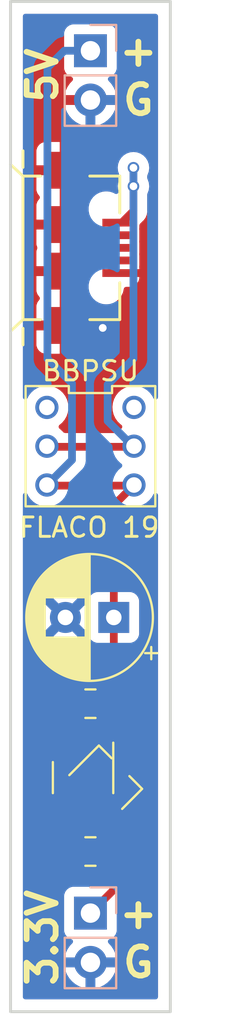
<source format=kicad_pcb>
(kicad_pcb (version 20211014) (generator pcbnew)
  (title_block (title "BBPSU-spx3819") (date "2017-12-16") (rev "0.1") (company "FLACO 2017, licence of this PCB is CC-BY-NC-SA") (comment 1 "Breadboard 3.3V power supply with micro USB input"))
  (layers (0 "F.Cu" signal) (31 "B.Cu" signal) (34 "B.Paste" user) (35 "F.Paste" user) (36 "B.SilkS" user "B.Silkscreen") (37 "F.SilkS" user "F.Silkscreen") (38 "B.Mask" user) (39 "F.Mask" user) (44 "Edge.Cuts" user))
  (net 0 "")
  (net 1 "Net-(C1-Pad1)")
  (net 2 "GND")
  (net 3 "Net-(C3-Pad1)")
  (net 4 "+5V")
  (footprint "Sassa:USB-MICRO-B" (layer "F.Cu") (at 149.479 95.25 -90)
    (fp_text reference "J1" hide)
    (fp_text value "USB_OTG")
    (fp_line (start 3.7 2.15) (end 4.3 2.8) (layer "F.SilkS") (width 0.15))
    (fp_line (start -3.7 2.15) (end -3.7 1.25) (layer "F.SilkS") (width 0.15))
    (fp_line (start 4.15 2.15) (end 5 2.15) (layer "F.SilkS") (width 0.15))
    (fp_line (start -3.7 2.15) (end -4.3 2.8) (layer "F.SilkS") (width 0.15))
    (fp_line (start -3.7 -2.85) (end -3.7 -1.3) (layer "F.SilkS") (width 0.15))
    (fp_line (start 3.7 2.15) (end 3.7 1.25) (layer "F.SilkS") (width 0.15))
    (fp_line (start -1.8 -2.85) (end -3.7 -2.85) (layer "F.SilkS") (width 0.15))
    (fp_line (start -4.15 2.15) (end -5 2.15) (layer "F.SilkS") (width 0.15))
    (fp_line (start -3.7 2.15) (end 3.7 2.15) (layer "F.SilkS") (width 0.15))
    (fp_line (start 3.7 -2.85) (end 3.7 -1.3) (layer "F.SilkS") (width 0.15))
    (fp_line (start 1.8 -2.85) (end 3.7 -2.85) (layer "F.SilkS") (width 0.15))
    (pad "" np_thru_hole circle locked (at 2 -2.15 270) (size 0.8 0.8) (drill 0.8) (layers *.Cu))
    (pad "" np_thru_hole circle locked (at -2 -2.15 270) (size 0.8 0.8) (drill 0.8) (layers *.Cu))
    (pad "1" smd rect locked (at -1.3 -2.65 270) (size 0.4 1.4) (layers "F.Cu" "F.Paste" "F.Mask") (net 4 "+5V"))
    (pad "2" smd rect locked (at -0.65 -2.65 270) (size 0.4 1.4) (layers "F.Cu" "F.Paste" "F.Mask"))
    (pad "3" smd rect locked (at 0 -2.65 270) (size 0.4 1.4) (layers "F.Cu" "F.Paste" "F.Mask"))
    (pad "4" smd rect locked (at 0.65 -2.65 270) (size 0.4 1.4) (layers "F.Cu" "F.Paste" "F.Mask"))
    (pad "5" smd rect locked (at 1.3 -2.65 270) (size 0.4 1.4) (layers "F.Cu" "F.Paste" "F.Mask") (net 2 "GND"))
    (pad "6" smd rect locked (at -1.2 0 270) (size 1.9 1.9) (layers "F.Cu" "F.Paste" "F.Mask") (net 2 "GND"))
    (pad "6" smd rect locked (at 1.2 0 270) (size 1.9 1.9) (layers "F.Cu" "F.Paste" "F.Mask") (net 2 "GND"))
    (pad "6" smd rect locked (at 4 0 270) (size 1.9 1.9) (layers "F.Cu" "F.Paste" "F.Mask") (net 2 "GND"))
    (pad "6" smd rect locked (at -4 0 270) (size 1.9 1.9) (layers "F.Cu" "F.Paste" "F.Mask") (net 2 "GND"))
  )
  (footprint "Sassa:SW_PUSH_Self-locking_5.8mm" (layer "F.Cu") (at 150.8125 105.4735 -90)
    (fp_text reference "SW1" hide)
    (fp_text value "SW_DPDT_x2")
    (fp_line (start -3.1 -1.116666) (end -2.74 -1.116666) (layer "F.SilkS") (width 0.12))
    (fp_line (start -2.74 1.116666) (end -3.1 1.116666) (layer "F.SilkS") (width 0.12))
    (fp_line (start -3.1 1.116666) (end -3.1 3.35) (layer "F.SilkS") (width 0.12))
    (fp_line (start -2.74 -1.116666) (end -2.74 1.116666) (layer "F.SilkS") (width 0.12))
    (fp_line (start 3.1 -3.35) (end -3.1 -3.35) (layer "F.SilkS") (width 0.12))
    (fp_line (start 3.1 3.35) (end 3.1 -3.35) (layer "F.SilkS") (width 0.12))
    (fp_line (start -3.1 -3.35) (end -3.1 -1.116666) (layer "F.SilkS") (width 0.12))
    (fp_line (start -3.1 3.35) (end 3.1 3.35) (layer "F.SilkS") (width 0.12))
    (pad "1" thru_hole circle (at -2 2.25 270) (size 1.2 1.2) (drill 0.8) (layers *.Cu *.Mask))
    (pad "2" thru_hole circle (at 0 2.25 270) (size 1.2 1.2) (drill 0.8) (layers *.Cu *.Mask) (net 4 "+5V"))
    (pad "3" thru_hole circle (at 2 2.25 270) (size 1.2 1.2) (drill 0.8) (layers *.Cu *.Mask) (net 1 "Net-(C1-Pad1)"))
    (pad "4" thru_hole circle (at -2 -2.25 270) (size 1.2 1.2) (drill 0.8) (layers *.Cu *.Mask))
    (pad "5" thru_hole circle (at 0 -2.25 270) (size 1.2 1.2) (drill 0.8) (layers *.Cu *.Mask) (net 4 "+5V"))
    (pad "6" thru_hole circle (at 2 -2.25 270) (size 1.2 1.2) (drill 0.8) (layers *.Cu *.Mask) (net 1 "Net-(C1-Pad1)"))
  )
  (footprint "Capacitor_THT:CP_Radial_D6.3mm_P2.50mm" (layer "F.Cu") (at 152.019 114.3 180)
    (fp_text reference "C1" hide)
    (fp_text value "CP")
    (fp_line (start 1.65 1.04) (end 1.65 3.206) (layer "F.SilkS") (width 0.12))
    (fp_line (start 1.93 1.04) (end 1.93 3.159) (layer "F.SilkS") (width 0.12))
    (fp_line (start 2.571 1.04) (end 2.571 2.952) (layer "F.SilkS") (width 0.12))
    (fp_line (start 2.971 -2.742) (end 2.971 -1.04) (layer "F.SilkS") (width 0.12))
    (fp_line (start 3.051 -2.69) (end 3.051 -1.04) (layer "F.SilkS") (width 0.12))
    (fp_line (start 1.53 -3.218) (end 1.53 -1.04) (layer "F.SilkS") (width 0.12))
    (fp_line (start 4.451 -0.633) (end 4.451 0.633) (layer "F.SilkS") (width 0.12))
    (fp_line (start 2.411 -3.018) (end 2.411 -1.04) (layer "F.SilkS") (width 0.12))
    (fp_line (start 3.971 -1.776) (end 3.971 1.776) (layer "F.SilkS") (width 0.12))
    (fp_line (start 2.451 -3.002) (end 2.451 -1.04) (layer "F.SilkS") (width 0.12))
    (fp_line (start 3.371 1.04) (end 3.371 2.45) (layer "F.SilkS") (width 0.12))
    (fp_line (start 3.091 1.04) (end 3.091 2.664) (layer "F.SilkS") (width 0.12))
    (fp_line (start 2.891 -2.79) (end 2.891 -1.04) (layer "F.SilkS") (width 0.12))
    (fp_line (start 2.251 1.04) (end 2.251 3.074) (layer "F.SilkS") (width 0.12))
    (fp_line (start 2.571 -2.952) (end 2.571 -1.04) (layer "F.SilkS") (width 0.12))
    (fp_line (start 2.651 1.04) (end 2.651 2.916) (layer "F.SilkS") (width 0.12))
    (fp_line (start 3.451 1.04) (end 3.451 2.38) (layer "F.SilkS") (width 0.12))
    (fp_line (start 4.131 -1.509) (end 4.131 1.509) (layer "F.SilkS") (width 0.12))
    (fp_line (start 1.85 1.04) (end 1.85 3.175) (layer "F.SilkS") (width 0.12))
    (fp_line (start 2.611 1.04) (end 2.611 2.934) (layer "F.SilkS") (width 0.12))
    (fp_line (start 2.051 1.04) (end 2.051 3.131) (layer "F.SilkS") (width 0.12))
    (fp_line (start 2.611 -2.934) (end 2.611 -1.04) (layer "F.SilkS") (width 0.12))
    (fp_line (start 3.891 -1.89) (end 3.891 1.89) (layer "F.SilkS") (width 0.12))
    (fp_line (start 2.491 1.04) (end 2.491 2.986) (layer "F.SilkS") (width 0.12))
    (fp_line (start 3.291 1.04) (end 3.291 2.516) (layer "F.SilkS") (width 0.12))
    (fp_line (start 2.171 -3.098) (end 2.171 -1.04) (layer "F.SilkS") (width 0.12))
    (fp_line (start 1.971 -3.15) (end 1.971 -1.04) (layer "F.SilkS") (width 0.12))
    (fp_line (start 2.651 -2.916) (end 2.651 -1.04) (layer "F.SilkS") (width 0.12))
    (fp_line (start 3.411 1.04) (end 3.411 2.416) (layer "F.SilkS") (width 0.12))
    (fp_line (start 1.45 -3.224) (end 1.45 3.224) (layer "F.SilkS") (width 0.12))
    (fp_line (start 4.491 -0.402) (end 4.491 0.402) (layer "F.SilkS") (width 0.12))
    (fp_line (start 3.491 1.04) (end 3.491 2.343) (layer "F.SilkS") (width 0.12))
    (fp_line (start 2.691 -2.896) (end 2.691 -1.04) (layer "F.SilkS") (width 0.12))
    (fp_line (start 1.93 -3.159) (end 1.93 -1.04) (layer "F.SilkS") (width 0.12))
    (fp_line (start 4.011 -1.714) (end 4.011 1.714) (layer "F.SilkS") (width 0.12))
    (fp_line (start 2.331 1.04) (end 2.331 3.047) (layer "F.SilkS") (width 0.12))
    (fp_line (start 3.411 -2.416) (end 3.411 -1.04) (layer "F.SilkS") (width 0.12))
    (fp_line (start 2.931 1.04) (end 2.931 2.766) (layer "F.SilkS") (width 0.12))
    (fp_line (start 2.131 -3.11) (end 2.131 -1.04) (layer "F.SilkS") (width 0.12))
    (fp_line (start 2.011 1.04) (end 2.011 3.141) (layer "F.SilkS") (width 0.12))
    (fp_line (start 1.61 -3.211) (end 1.61 -1.04) (layer "F.SilkS") (width 0.12))
    (fp_line (start 1.89 1.04) (end 1.89 3.167) (layer "F.SilkS") (width 0.12))
    (fp_line (start 2.531 1.04) (end 2.531 2.97) (layer "F.SilkS") (width 0.12))
    (fp_line (start 3.331 1.04) (end 3.331 2.484) (layer "F.SilkS") (width 0.12))
    (fp_line (start 1.41 -3.227) (end 1.41 3.227) (layer "F.SilkS") (width 0.12))
    (fp_line (start 3.811 -1.995) (end 3.811 1.995) (layer "F.SilkS") (width 0.12))
    (fp_line (start 3.851 -1.944) (end 3.851 1.944) (layer "F.SilkS") (width 0.12))
    (fp_line (start 2.731 -2.876) (end 2.731 -1.04) (layer "F.SilkS") (width 0.12))
    (fp_line (start 2.731 1.04) (end 2.731 2.876) (layer "F.SilkS") (width 0.12))
    (fp_line (start 3.931 -1.834) (end 3.931 1.834) (layer "F.SilkS") (width 0.12))
    (fp_line (start 1.77 1.04) (end 1.77 3.189) (layer "F.SilkS") (width 0.12))
    (fp_line (start 3.331 -2.484) (end 3.331 -1.04) (layer "F.SilkS") (width 0.12))
    (fp_line (start 2.811 1.04) (end 2.811 2.834) (layer "F.SilkS") (width 0.12))
    (fp_line (start 2.131 1.04) (end 2.131 3.11) (layer "F.SilkS") (width 0.12))
    (fp_line (start 1.85 -3.175) (end 1.85 -1.04) (layer "F.SilkS") (width 0.12))
    (fp_line (start 1.77 -3.189) (end 1.77 -1.04) (layer "F.SilkS") (width 0.12))
    (fp_line (start 1.49 1.04) (end 1.49 3.222) (layer "F.SilkS") (width 0.12))
    (fp_line (start 1.57 -3.215) (end 1.57 -1.04) (layer "F.SilkS") (width 0.12))
    (fp_line (start 1.89 -3.167) (end 1.89 -1.04) (layer "F.SilkS") (width 0.12))
    (fp_line (start 1.73 1.04) (end 1.73 3.195) (layer "F.SilkS") (width 0.12))
    (fp_line (start 2.371 1.04) (end 2.371 3.033) (layer "F.SilkS") (width 0.12))
    (fp_line (start 1.81 1.04) (end 1.81 3.182) (layer "F.SilkS") (width 0.12))
    (fp_line (start 3.691 -2.137) (end 3.691 2.137) (layer "F.SilkS") (width 0.12))
    (fp_line (start -1.935241 -2.154) (end -1.935241 -1.524) (layer "F.SilkS") (width 0.12))
    (fp_line (start 2.051 -3.131) (end 2.051 -1.04) (layer "F.SilkS") (width 0.12))
    (fp_line (start 2.771 1.04) (end 2.771 2.856) (layer "F.SilkS") (width 0.12))
    (fp_line (start 3.011 1.04) (end 3.011 2.716) (layer "F.SilkS") (width 0.12))
    (fp_line (start 4.091 -1.581) (end 4.091 1.581) (layer "F.SilkS") (width 0.12))
    (fp_line (start 1.37 -3.228) (end 1.37 3.228) (layer "F.SilkS") (width 0.12))
    (fp_line (start 3.371 -2.45) (end 3.371 -1.04) (layer "F.SilkS") (width 0.12))
    (fp_line (start 2.371 -3.033) (end 2.371 -1.04) (layer "F.SilkS") (width 0.12))
    (fp_line (start 1.53 1.04) (end 1.53 3.218) (layer "F.SilkS") (width 0.12))
    (fp_line (start 4.291 -1.165) (end 4.291 1.165) (layer "F.SilkS") (width 0.12))
    (fp_line (start 2.451 1.04) (end 2.451 3.002) (layer "F.SilkS") (width 0.12))
    (fp_line (start 4.251 -1.262) (end 4.251 1.262) (layer "F.SilkS") (width 0.12))
    (fp_line (start 3.051 1.04) (end 3.051 2.69) (layer "F.SilkS") (width 0.12))
    (fp_line (start 3.491 -2.343) (end 3.491 -1.04) (layer "F.SilkS") (width 0.12))
    (fp_line (start 1.29 -3.23) (end 1.29 3.23) (layer "F.SilkS") (width 0.12))
    (fp_line (start 3.131 1.04) (end 3.131 2.636) (layer "F.SilkS") (width 0.12))
    (fp_line (start 3.531 1.04) (end 3.531 2.305) (layer "F.SilkS") (width 0.12))
    (fp_line (start 4.371 -0.94) (end 4.371 0.94) (layer "F.SilkS") (width 0.12))
    (fp_line (start 3.211 1.04) (end 3.211 2.578) (layer "F.SilkS") (width 0.12))
    (fp_line (start 2.691 1.04) (end 2.691 2.896) (layer "F.SilkS") (width 0.12))
    (fp_line (start 3.251 -2.548) (end 3.251 -1.04) (layer "F.SilkS") (width 0.12))
    (fp_line (start 3.651 -2.182) (end 3.651 2.182) (layer "F.SilkS") (width 0.12))
    (fp_line (start 3.171 1.04) (end 3.171 2.607) (layer "F.SilkS") (width 0.12))
    (fp_line (start 2.411 1.04) (end 2.411 3.018) (layer "F.SilkS") (width 0.12))
    (fp_line (start 2.011 -3.141) (end 2.011 -1.04) (layer "F.SilkS") (width 0.12))
    (fp_line (start 2.211 -3.086) (end 2.211 -1.04) (layer "F.SilkS") (width 0.12))
    (fp_line (start 4.211 -1.35) (end 4.211 1.35) (layer "F.SilkS") (width 0.12))
    (fp_line (start 3.571 -2.265) (end 3.571 2.265) (layer "F.SilkS") (width 0.12))
    (fp_line (start 1.69 1.04) (end 1.69 3.201) (layer "F.SilkS") (width 0.12))
    (fp_line (start 2.491 -2.986) (end 2.491 -1.04) (layer "F.SilkS") (width 0.12))
    (fp_line (start 1.971 1.04) (end 1.971 3.15) (layer "F.SilkS") (width 0.12))
    (fp_line (start 2.771 -2.856) (end 2.771 -1.04) (layer "F.SilkS") (width 0.12))
    (fp_line (start 3.211 -2.578) (end 3.211 -1.04) (layer "F.SilkS") (width 0.12))
    (fp_line (start 3.131 -2.636) (end 3.131 -1.04) (layer "F.SilkS") (width 0.12))
    (fp_line (start 2.811 -2.834) (end 2.811 -1.04) (layer "F.SilkS") (width 0.12))
    (fp_line (start 2.171 1.04) (end 2.171 3.098) (layer "F.SilkS") (width 0.12))
    (fp_line (start 1.65 -3.206) (end 1.65 -1.04) (layer "F.SilkS") (width 0.12))
    (fp_line (start 4.411 -0.802) (end 4.411 0.802) (layer "F.SilkS") (width 0.12))
    (fp_line (start 1.61 1.04) (end 1.61 3.211) (layer "F.SilkS") (width 0.12))
    (fp_line (start 3.611 -2.224) (end 3.611 2.224) (layer "F.SilkS") (width 0.12))
    (fp_line (start 1.25 -3.23) (end 1.25 3.23) (layer "F.SilkS") (width 0.12))
    (fp_line (start 2.091 -3.121) (end 2.091 -1.04) (layer "F.SilkS") (width 0.12))
    (fp_line (start 3.011 -2.716) (end 3.011 -1.04) (layer "F.SilkS") (width 0.12))
    (fp_line (start 3.291 -2.516) (end 3.291 -1.04) (layer "F.SilkS") (width 0.12))
    (fp_line (start 2.971 1.04) (end 2.971 2.742) (layer "F.SilkS") (width 0.12))
    (fp_line (start 4.331 -1.059) (end 4.331 1.059) (layer "F.SilkS") (width 0.12))
    (fp_line (start 3.171 -2.607) (end 3.171 -1.04) (layer "F.SilkS") (width 0.12))
    (fp_line (start 1.73 -3.195) (end 1.73 -1.04) (layer "F.SilkS") (width 0.12))
    (fp_line (start 2.291 1.04) (end 2.291 3.061) (layer "F.SilkS") (width 0.12))
    (fp_line (start 2.331 -3.047) (end 2.331 -1.04) (layer "F.SilkS") (width 0.12))
    (fp_line (start 3.091 -2.664) (end 3.091 -1.04) (layer "F.SilkS") (width 0.12))
    (fp_line (start 4.051 -1.65) (end 4.051 1.65) (layer "F.SilkS") (width 0.12))
    (fp_line (start 1.69 -3.201) (end 1.69 -1.04) (layer "F.SilkS") (width 0.12))
    (fp_line (start 2.091 1.04) (end 2.091 3.121) (layer "F.SilkS") (width 0.12))
    (fp_line (start 4.171 -1.432) (end 4.171 1.432) (layer "F.SilkS") (width 0.12))
    (fp_line (start 2.931 -2.766) (end 2.931 -1.04) (layer "F.SilkS") (width 0.12))
    (fp_line (start 2.291 -3.061) (end 2.291 -1.04) (layer "F.SilkS") (width 0.12))
    (fp_line (start 1.49 -3.222) (end 1.49 -1.04) (layer "F.SilkS") (width 0.12))
    (fp_line (start 2.251 -3.074) (end 2.251 -1.04) (layer "F.SilkS") (width 0.12))
    (fp_line (start 2.211 1.04) (end 2.211 3.086) (layer "F.SilkS") (width 0.12))
    (fp_line (start 2.891 1.04) (end 2.891 2.79) (layer "F.SilkS") (width 0.12))
    (fp_line (start 1.81 -3.182) (end 1.81 -1.04) (layer "F.SilkS") (width 0.12))
    (fp_line (start 2.851 1.04) (end 2.851 2.812) (layer "F.SilkS") (width 0.12))
    (fp_line (start 3.531 -2.305) (end 3.531 -1.04) (layer "F.SilkS") (width 0.12))
    (fp_line (start -2.250241 -1.839) (end -1.620241 -1.839) (layer "F.SilkS") (width 0.12))
    (fp_line (start 2.531 -2.97) (end 2.531 -1.04) (layer "F.SilkS") (width 0.12))
    (fp_line (start 3.771 -2.044) (end 3.771 2.044) (layer "F.SilkS") (width 0.12))
    (fp_line (start 3.251 1.04) (end 3.251 2.548) (layer "F.SilkS") (width 0.12))
    (fp_line (start 1.33 -3.23) (end 1.33 3.23) (layer "F.SilkS") (width 0.12))
    (fp_line (start 1.57 1.04) (end 1.57 3.215) (layer "F.SilkS") (width 0.12))
    (fp_line (start 3.451 -2.38) (end 3.451 -1.04) (layer "F.SilkS") (width 0.12))
    (fp_line (start 2.851 -2.812) (end 2.851 -1.04) (layer "F.SilkS") (width 0.12))
    (fp_line (start 3.731 -2.092) (end 3.731 2.092) (layer "F.SilkS") (width 0.12))
    (fp_circle (center 1.25 0) (end 4.52 0) (layer "F.SilkS") (width 0.12) (fill none))
    (pad "1" thru_hole rect (at 0 0 180) (size 1.6 1.6) (drill 0.8) (layers *.Cu *.Mask) (net 1 "Net-(C1-Pad1)"))
    (pad "2" thru_hole circle (at 2.5 0 180) (size 1.6 1.6) (drill 0.8) (layers *.Cu *.Mask) (net 2 "GND"))
  )
  (footprint "Capacitor_SMD:C_0805_2012Metric_Pad1.18x1.45mm_HandSolder" (layer "F.Cu") (at 150.8125 118.745 180)
    (fp_text reference "C2" hide)
    (fp_text value "C")
    (fp_line (start -0.261252 -0.735) (end 0.261252 -0.735) (layer "F.SilkS") (width 0.12))
    (fp_line (start -0.261252 0.735) (end 0.261252 0.735) (layer "F.SilkS") (width 0.12))
    (pad "1" smd roundrect (at -1.0375 0 180) (size 1.175 1.45) (layers "F.Cu" "F.Paste" "F.Mask") (roundrect_rratio 0.212766) (net 1 "Net-(C1-Pad1)"))
    (pad "2" smd roundrect (at 1.0375 0 180) (size 1.175 1.45) (layers "F.Cu" "F.Paste" "F.Mask") (roundrect_rratio 0.212766) (net 2 "GND"))
  )
  (footprint "Capacitor_SMD:C_0805_2012Metric_Pad1.18x1.45mm_HandSolder" (layer "F.Cu") (at 150.8125 126.365 180)
    (fp_text reference "C3" hide)
    (fp_text value "C")
    (fp_line (start -0.261252 0.735) (end 0.261252 0.735) (layer "F.SilkS") (width 0.12))
    (fp_line (start -0.261252 -0.735) (end 0.261252 -0.735) (layer "F.SilkS") (width 0.12))
    (pad "1" smd roundrect (at -1.0375 0 180) (size 1.175 1.45) (layers "F.Cu" "F.Paste" "F.Mask") (roundrect_rratio 0.212766) (net 3 "Net-(C3-Pad1)"))
    (pad "2" smd roundrect (at 1.0375 0 180) (size 1.175 1.45) (layers "F.Cu" "F.Paste" "F.Mask") (roundrect_rratio 0.212766) (net 2 "GND"))
  )
  (footprint "Package_TO_SOT_SMD:SOT-23-5" (layer "F.Cu") (at 150.4315 122.555 -90)
    (fp_text reference "U1" hide)
    (fp_text value "SPX3819M5-L-3-3")
    (fp_line (start 0 -1.56) (end -1.8 -1.56) (layer "F.SilkS") (width 0.12))
    (fp_line (start 0 1.56) (end -0.8 1.56) (layer "F.SilkS") (width 0.12))
    (fp_line (start 0 1.56) (end 0.8 1.56) (layer "F.SilkS") (width 0.12))
    (fp_line (start 0 -1.56) (end 0.8 -1.56) (layer "F.SilkS") (width 0.12))
    (pad "1" smd roundrect (at -1.1375 -0.95 270) (size 1.325 0.6) (layers "F.Cu" "F.Paste" "F.Mask") (net 1 "Net-(C1-Pad1)"))
    (pad "2" smd roundrect (at -1.1375 0 270) (size 1.325 0.6) (layers "F.Cu" "F.Paste" "F.Mask") (net 2 "GND"))
    (pad "3" smd roundrect (at -1.1375 0.95 270) (size 1.325 0.6) (layers "F.Cu" "F.Paste" "F.Mask") (net 1 "Net-(C1-Pad1)"))
    (pad "4" smd roundrect (at 1.1375 0.95 270) (size 1.325 0.6) (layers "F.Cu" "F.Paste" "F.Mask"))
    (pad "5" smd roundrect (at 1.1375 -0.95 270) (size 1.325 0.6) (layers "F.Cu" "F.Paste" "F.Mask") (net 3 "Net-(C3-Pad1)"))
  )
  (footprint "Sassa:SOT-23" (layer "F.Cu") (at 151.8285 122.555 45)
    (fp_text reference "U2" hide)
    (fp_text value "XC6206PxxxMR")
    (fp_line (start 0.76 1.58) (end 0.76 0.65) (layer "F.SilkS") (width 0.12))
    (fp_line (start 0.76 -1.58) (end -1.4 -1.58) (layer "F.SilkS") (width 0.12))
    (fp_line (start 0.76 1.58) (end -0.7 1.58) (layer "F.SilkS") (width 0.12))
    (fp_line (start 0.76 -1.58) (end 0.76 -0.65) (layer "F.SilkS") (width 0.12))
    (pad "1" smd rect (at -1 -0.95 45) (size 0.9 0.8) (layers "F.Cu" "F.Paste" "F.Mask") (net 2 "GND"))
    (pad "2" smd rect (at -1 0.95 45) (size 0.9 0.8) (layers "F.Cu" "F.Paste" "F.Mask") (net 3 "Net-(C3-Pad1)"))
    (pad "3" smd rect (at 1 0 45) (size 0.9 0.8) (layers "F.Cu" "F.Paste" "F.Mask") (net 1 "Net-(C1-Pad1)"))
  )
  (footprint "Connector_PinHeader_2.54mm:PinHeader_1x02_P2.54mm_Vertical" (layer "B.Cu") (at 150.8125 85.09 180)
    (fp_text reference "J3" hide)
    (fp_text value "Conn_01x02")
    (fp_line (start -1.33 0) (end -1.33 1.33) (layer "B.SilkS") (width 0.12))
    (fp_line (start -1.33 -3.87) (end 1.33 -3.87) (layer "B.SilkS") (width 0.12))
    (fp_line (start -1.33 1.33) (end 0 1.33) (layer "B.SilkS") (width 0.12))
    (fp_line (start -1.33 -1.27) (end 1.33 -1.27) (layer "B.SilkS") (width 0.12))
    (fp_line (start -1.33 -1.27) (end -1.33 -3.87) (layer "B.SilkS") (width 0.12))
    (fp_line (start 1.33 -1.27) (end 1.33 -3.87) (layer "B.SilkS") (width 0.12))
    (pad "1" thru_hole rect (at 0 0 180) (size 1.7 1.7) (drill 1) (layers *.Cu *.Mask) (net 1 "Net-(C1-Pad1)"))
    (pad "2" thru_hole oval (at 0 -2.54 180) (size 1.7 1.7) (drill 1) (layers *.Cu *.Mask) (net 2 "GND"))
  )
  (footprint "Connector_PinHeader_2.54mm:PinHeader_1x02_P2.54mm_Vertical" (layer "B.Cu") (at 150.8125 129.54 180)
    (fp_text reference "J4" hide)
    (fp_text value "Conn_01x02")
    (fp_line (start 1.33 -1.27) (end 1.33 -3.87) (layer "B.SilkS") (width 0.12))
    (fp_line (start -1.33 -1.27) (end 1.33 -1.27) (layer "B.SilkS") (width 0.12))
    (fp_line (start -1.33 1.33) (end 0 1.33) (layer "B.SilkS") (width 0.12))
    (fp_line (start -1.33 0) (end -1.33 1.33) (layer "B.SilkS") (width 0.12))
    (fp_line (start -1.33 -3.87) (end 1.33 -3.87) (layer "B.SilkS") (width 0.12))
    (fp_line (start -1.33 -1.27) (end -1.33 -3.87) (layer "B.SilkS") (width 0.12))
    (pad "1" thru_hole rect (at 0 0 180) (size 1.7 1.7) (drill 1) (layers *.Cu *.Mask) (net 3 "Net-(C3-Pad1)"))
    (pad "2" thru_hole oval (at 0 -2.54 180) (size 1.7 1.7) (drill 1) (layers *.Cu *.Mask) (net 2 "GND"))
  )
  (gr_line (start 154.94 134.62) (end 146.685 134.62) (layer "Edge.Cuts") (width 0.15))
  (gr_line (start 154.94 82.55) (end 154.94 134.62) (layer "Edge.Cuts") (width 0.15))
  (gr_line (start 146.685 82.55) (end 154.94 82.55) (layer "Edge.Cuts") (width 0.15))
  (gr_line (start 146.685 134.62) (end 146.685 82.55) (layer "Edge.Cuts") (width 0.15))
  (gr_text "3.3V" (at 148.336 130.81 90) (layer "F.SilkS") (effects (font (size 1.5 1.5) (thickness 0.3))))
  (gr_text "5V" (at 148.336 86.36 90) (layer "F.SilkS") (effects (font (size 1.5 1.5) (thickness 0.3))))
  (gr_text "+" (at 153.289 129.54) (layer "F.SilkS") (effects (font (size 1.5 1.5) (thickness 0.3))))
  (gr_text "+" (at 153.289 85.09) (layer "F.SilkS") (effects (font (size 1.5 1.5) (thickness 0.3))))
  (gr_text "G" (at 153.289 132.08) (layer "F.SilkS") (effects (font (size 1.5 1.5) (thickness 0.3))))
  (gr_text "FLACO 19" (at 150.749 109.6645) (layer "F.SilkS") (effects (font (size 1 1))))
  (gr_text "G\n" (at 153.289 87.63) (layer "F.SilkS") (effects (font (size 1.5 1.5) (thickness 0.3))))
  (gr_text "BBPSU" (at 150.8125 101.6) (layer "F.SilkS") (effects (font (size 1 1))))
  (segment (start 152.105214 121.4175) (end 152.535607 121.847893) (width 0.4) (layer "F.Cu") (net 1))
  (segment (start 149.7355 120.1395) (end 151.3815 120.1395) (width 0.4) (layer "F.Cu") (net 1))
  (segment (start 151.3815 121.4175) (end 151.3815 120.1395) (width 0.4) (layer "F.Cu") (net 1))
  (segment (start 152.019 118.576) (end 152.019 114.3) (width 0.4) (layer "F.Cu") (net 1))
  (segment (start 152.019 108.521) (end 153.035 107.505) (width 0.4) (layer "F.Cu") (net 1))
  (segment (start 151.3815 120.1395) (end 151.3815 119.2135) (width 0.4) (layer "F.Cu") (net 1))
  (segment (start 152.019 114.3) (end 152.019 108.521) (width 0.4) (layer "F.Cu") (net 1))
  (segment (start 148.535 107.505) (end 153.035 107.505) (width 0.4) (layer "F.Cu") (net 1))
  (segment (start 151.85 118.745) (end 152.019 118.576) (width 0.4) (layer "F.Cu") (net 1))
  (segment (start 151.3815 119.2135) (end 151.85 118.745) (width 0.4) (layer "F.Cu") (net 1))
  (segment (start 149.4815 121.4175) (end 149.4815 120.3935) (width 0.4) (layer "F.Cu") (net 1))
  (segment (start 151.3815 121.4175) (end 152.105214 121.4175) (width 0.4) (layer "F.Cu") (net 1))
  (segment (start 149.4815 120.3935) (end 149.7355 120.1395) (width 0.4) (layer "F.Cu") (net 1))
  (segment (start 148.59 100.965) (end 149.86 102.235) (width 0.4) (layer "B.Cu") (net 1))
  (segment (start 148.59 85.9625) (end 148.59 100.965) (width 0.4) (layer "B.Cu") (net 1))
  (segment (start 149.86 106.18) (end 148.535 107.505) (width 0.4) (layer "B.Cu") (net 1))
  (segment (start 149.86 102.235) (end 149.86 106.18) (width 0.4) (layer "B.Cu") (net 1))
  (segment (start 149.4625 85.09) (end 148.59 85.9625) (width 0.4) (layer "B.Cu") (net 1))
  (segment (start 150.8125 85.09) (end 149.4625 85.09) (width 0.4) (layer "B.Cu") (net 1))
  (segment (start 149.5825 118.725) (end 149.5625 118.745) (width 0.5) (layer "F.Cu") (net 2))
  (segment (start 149.5625 118.765) (end 149.5625 118.745) (width 0.5) (layer "F.Cu") (net 2))
  (segment (start 147.955 118.745) (end 149.775 118.745) (width 0.4) (layer "F.Cu") (net 2))
  (segment (start 152.129 96.55) (end 153.64 96.55) (width 0.4) (layer "F.Cu") (net 2))
  (segment (start 148.371355 122.590355) (end 147.955 122.174) (width 0.4) (layer "F.Cu") (net 2))
  (segment (start 150.449642 122.590355) (end 148.371355 122.590355) (width 0.4) (layer "F.Cu") (net 2))
  (segment (start 150.4315 121.4175) (end 150.4315 122.572213) (width 0.4) (layer "F.Cu") (net 2))
  (segment (start 150.4315 122.572213) (end 150.449642 122.590355) (width 0.4) (layer "F.Cu") (net 2))
  (segment (start 147.955 122.174) (end 147.955 118.745) (width 0.4) (layer "F.Cu") (net 2))
  (via (at 151.4475 99.3775) (size 0.6) (drill 0.4) (layers "F.Cu" "B.Cu") (net 2))
  (segment (start 151.793145 123.933858) (end 151.622858 123.933858) (width 0.4) (layer "F.Cu") (net 3))
  (segment (start 151.85 126.365) (end 151.85 123.990713) (width 0.4) (layer "F.Cu") (net 3))
  (segment (start 152.0625 128.29) (end 150.8125 129.54) (width 0.4) (layer "F.Cu") (net 3))
  (segment (start 152.0625 126.365) (end 152.0625 128.29) (width 0.4) (layer "F.Cu") (net 3))
  (segment (start 151.85 123.990713) (end 151.793145 123.933858) (width 0.4) (layer "F.Cu") (net 3))
  (segment (start 151.622858 123.933858) (end 151.3815 123.6925) (width 0.4) (layer "F.Cu") (net 3))
  (segment (start 151.225 105.505) (end 148.535 105.505) (width 0.4) (layer "F.Cu") (net 4))
  (segment (start 152.129 93.95) (end 152.43 93.95) (width 0.4) (layer "F.Cu") (net 4))
  (segment (start 152.43 93.95) (end 153.035 93.345) (width 0.4) (layer "F.Cu") (net 4))
  (segment (start 153.035 105.505) (end 151.225 105.505) (width 0.4) (layer "F.Cu") (net 4))
  (segment (start 153.035 92.075) (end 153.035 91.122508) (width 0.4) (layer "F.Cu") (net 4))
  (segment (start 153.035 93.345) (end 153.035 92.075) (width 0.4) (layer "F.Cu") (net 4))
  (via (at 153.035 92.075) (size 0.6) (drill 0.4) (layers "F.Cu" "B.Cu") (net 4))
  (via (at 153.035 91.122508) (size 0.6) (drill 0.4) (layers "F.Cu" "B.Cu") (net 4))
  (segment (start 151.7015 102.2985) (end 151.7015 104.1715) (width 0.4) (layer "B.Cu") (net 4))
  (segment (start 153.035 100.965) (end 151.7015 102.2985) (width 0.4) (layer "B.Cu") (net 4))
  (segment (start 153.035 92.075) (end 153.035 100.965) (width 0.4) (layer "B.Cu") (net 4))
  (segment (start 151.7015 104.1715) (end 153.035 105.505) (width 0.4) (layer "B.Cu") (net 4))
  (segment (start 153.035 92.075) (end 153.035 91.122508) (width 0.4) (layer "B.Cu") (net 4))
  (zone (net 2) (net_name "GND") (layer "F.Cu") (connect_pads (clearance 0.508)) (min_thickness 0.254) (fill yes (thermal_gap 0.508) (thermal_bridge_width 0.508))
    (polygon (pts (xy 154.305 133.985) (xy 147.32 133.985) (xy 147.32 83.185) (xy 154.305 83.185)))
  )
  (zone (net 2) (net_name "GND") (layer "B.Cu") (connect_pads (clearance 0.508)) (min_thickness 0.254) (fill yes (thermal_gap 0.508) (thermal_bridge_width 0.508))
    (polygon (pts (xy 154.305 133.985) (xy 147.32 133.985) (xy 147.32 83.185) (xy 154.305 83.185)))
  )
)
</source>
